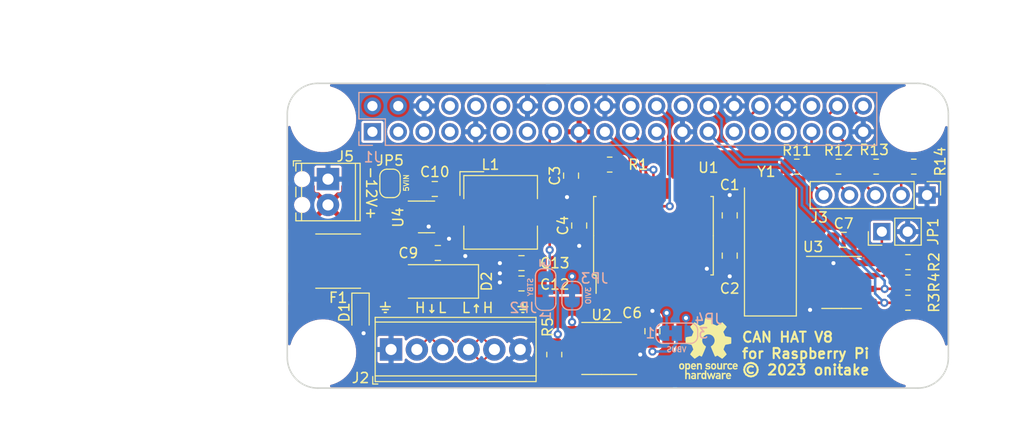
<source format=kicad_pcb>
(kicad_pcb (version 20221018) (generator pcbnew)
  (title_block (title "CAN HAT for Raspberry Pi") (date "2022-12-20") (rev "8") (company "© 2020 Gregor Riepl"))
  (layers (0 "F.Cu" signal) (31 "B.Cu" signal) (34 "B.Paste" user) (35 "F.Paste" user) (36 "B.SilkS" user "B.Silkscreen") (37 "F.SilkS" user "F.Silkscreen") (38 "B.Mask" user) (39 "F.Mask" user) (44 "Edge.Cuts" user))
  (net 0 "")
  (net 1 "Net-(C1-Pad1)")
  (net 2 "Net-(C2-Pad1)")
  (net 3 "GND")
  (net 4 "/~{INT}")
  (net 5 "/SCK")
  (net 6 "/MOSI")
  (net 7 "/MISO")
  (net 8 "/~{CS}")
  (net 10 "+3V3")
  (net 11 "/ID_SD")
  (net 12 "/ID_SC")
  (net 14 "/TX")
  (net 15 "/RX")
  (net 16 "/CAN_P")
  (net 17 "/CAN_N")
  (net 18 "Net-(U2-Pad8)")
  (net 19 "+5V")
  (net 20 "+12V")
  (net 21 "Net-(C10-Pad2)")
  (net 22 "Net-(C10-Pad1)")
  (net 23 "Net-(C9-Pad1)")
  (net 24 "/GPIO19")
  (net 25 "/GPIO26")
  (net 26 "/GPIO20")
  (net 27 "/GPIO21")
  (net 28 "+12LF")
  (net 29 "/TRXEN")
  (net 30 "Net-(C6-Pad2)")
  (net 46 "Net-(JP1-Pad1)")
  (net 47 "Net-(R1-Pad1)")
  (net 54 "Net-(JP2-Pad2)")
  (net 55 "Net-(JP3-Pad1)")
  (footprint "Resistor_SMD:R_0805_2012Metric_Pad1.20x1.40mm_HandSolder" (layer "F.Cu") (at 101.025 71.6 180)
    (fp_text reference "R3")
    (fp_text value "3k9")
  )
  (footprint "Resistor_SMD:R_0805_2012Metric_Pad1.20x1.40mm_HandSolder" (layer "F.Cu") (at 101.025 69.6 180)
    (fp_text reference "R4")
    (fp_text value "3k9")
  )
  (footprint "Capacitor_SMD:C_0805_2012Metric_Pad1.18x1.45mm_HandSolder" (layer "F.Cu") (at 83.5 63 90)
    (fp_text reference "C1")
    (fp_text value "22p")
  )
  (footprint "Capacitor_SMD:C_0805_2012Metric_Pad1.18x1.45mm_HandSolder" (layer "F.Cu") (at 75.9 74.4 -90)
    (fp_text reference "C6")
    (fp_text value "100n")
  )
  (footprint "Resistor_SMD:R_0805_2012Metric_Pad1.20x1.40mm_HandSolder" (layer "F.Cu") (at 71.7 58 180)
    (fp_text reference "R1")
    (fp_text value "10k")
  )
  (footprint "Package_SO:SOIC-18W_7.5x11.6mm_P1.27mm" (layer "F.Cu") (at 76 65 90)
    (fp_text reference "U1")
    (fp_text value "MCP2515-xSO")
  )
  (footprint "Package_SO:SOIC-8_3.9x4.9mm_P1.27mm" (layer "F.Cu") (at 70.9 76.1 180)
    (fp_text reference "U2")
    (fp_text value "SN65HVDA541")
  )
  (footprint "MountingHole:MountingHole_2.7mm" (layer "F.Cu") (at 43.5 53.5)
    (fp_text reference "H1" hide)
    (fp_text value "NW")
  )
  (footprint "MountingHole:MountingHole_2.7mm" (layer "F.Cu") (at 43.5 76.5)
    (fp_text reference "H2" hide)
    (fp_text value "SW")
  )
  (footprint "MountingHole:MountingHole_2.7mm" (layer "F.Cu") (at 101.5 53.5)
    (fp_text reference "H3" hide)
    (fp_text value "NE")
  )
  (footprint "MountingHole:MountingHole_2.7mm" (layer "F.Cu") (at 101.5 76.5)
    (fp_text reference "H4" hide)
    (fp_text value "SE")
  )
  (footprint "Capacitor_SMD:C_0805_2012Metric_Pad1.18x1.45mm_HandSolder" (layer "F.Cu") (at 94.7 65.4 180)
    (fp_text reference "C7")
    (fp_text value "100n")
  )
  (footprint "Connector_PinHeader_2.54mm:PinHeader_1x02_P2.54mm_Vertical" (layer "F.Cu") (at 98.46 64.6 90)
    (fp_text reference "JP1")
    (fp_text value "EEPROM Write Enable")
  )
  (footprint "Resistor_SMD:R_0805_2012Metric_Pad1.20x1.40mm_HandSolder" (layer "F.Cu") (at 101.025 67.6 180)
    (fp_text reference "R2")
    (fp_text value "1k")
  )
  (footprint "Package_SO:SOIC-8_3.9x4.9mm_P1.27mm" (layer "F.Cu") (at 94.5 69.6)
    (fp_text reference "U3")
    (fp_text value "AT24C32-SSHM")
  )
  (footprint "Symbol:OSHW-Logo_5.7x6mm_SilkScreen" (layer "F.Cu") (at 81.4 76.1)
    (fp_text reference "OSHW1" hide)
    (fp_text value "Logo_Open_Hardware_Small" hide)
  )
  (footprint "Crystal:Crystal_SMD_HC49-SD" (layer "F.Cu") (at 87.5 66.2 90)
    (fp_text reference "Y1")
    (fp_text value "16MHz")
  )
  (footprint "TerminalBlock_Phoenix:TerminalBlock_Phoenix_MPT-0,5-6-2.54_1x06_P2.54mm_Horizontal" (layer "F.Cu") (at 50.2 76.2)
    (fp_text reference "J2")
    (fp_text value "CAN In/Out/GND")
  )
  (footprint "Fuse:Fuse_2920_7451Metric_Pad2.10x5.45mm_HandSolder" (layer "F.Cu") (at 45 67.5)
    (fp_text reference "F1")
    (fp_text value "2920L200")
  )
  (footprint "TerminalBlock_Phoenix:TerminalBlock_Phoenix_MPT-0,5-2-2.54_1x02_P2.54mm_Horizontal" (layer "F.Cu") (at 44 59.43 -90)
    (fp_text reference "J5")
    (fp_text value "12V")
  )
  (footprint "Capacitor_SMD:C_0805_2012Metric_Pad1.18x1.45mm_HandSolder" (layer "F.Cu") (at 67.9 59.0875 -90)
    (fp_text reference "C3")
    (fp_text value "10u")
  )
  (footprint "Capacitor_SMD:C_0805_2012Metric_Pad1.18x1.45mm_HandSolder" (layer "F.Cu") (at 68.7 64 -90)
    (fp_text reference "C4")
    (fp_text value "100n")
  )
  (footprint "Connector_PinHeader_2.54mm:PinHeader_1x05_P2.54mm_Vertical" (layer "F.Cu") (at 102.9 61 -90)
    (fp_text reference "J3")
    (fp_text value "GPIO")
  )
  (footprint "Resistor_SMD:R_0805_2012Metric_Pad1.20x1.40mm_HandSolder" (layer "F.Cu") (at 94.2 58.2)
    (fp_text reference "R12")
    (fp_text value "1k")
  )
  (footprint "Resistor_SMD:R_0805_2012Metric_Pad1.20x1.40mm_HandSolder" (layer "F.Cu") (at 97.9 58.2)
    (fp_text reference "R13")
    (fp_text value "1k")
  )
  (footprint "Resistor_SMD:R_0805_2012Metric_Pad1.20x1.40mm_HandSolder" (layer "F.Cu") (at 101.6 58.2)
    (fp_text reference "R14")
    (fp_text value "1k")
  )
  (footprint "Capacitor_SMD:C_0805_2012Metric_Pad1.18x1.45mm_HandSolder" (layer "F.Cu") (at 63.025 69.7 180)
    (fp_text reference "C12")
    (fp_text value "22u")
  )
  (footprint "Inductor_SMD:L_TDK_SLF7032" (layer "F.Cu") (at 60.975 62.7)
    (fp_text reference "L1")
    (fp_text value "4.7u")
  )
  (footprint "Package_TO_SOT_SMD:TSOT-23-6" (layer "F.Cu") (at 53.69 63.15)
    (fp_text reference "U4")
    (fp_text value "AP63205")
  )
  (footprint "Capacitor_SMD:C_0805_2012Metric_Pad1.18x1.45mm_HandSolder" (layer "F.Cu") (at 63.025 67.7 180)
    (fp_text reference "C13")
    (fp_text value "22u")
  )
  (footprint "Diode_SMD:D_SMA_Handsoldering" (layer "F.Cu") (at 54.4 69.5 180)
    (fp_text reference "D2")
    (fp_text value "SS24")
  )
  (footprint "Capacitor_SMD:C_0805_2012Metric_Pad1.18x1.45mm_HandSolder" (layer "F.Cu") (at 54.8 66.7)
    (fp_text reference "C9")
    (fp_text value "10u/25V")
  )
  (footprint "Resistor_SMD:R_0805_2012Metric_Pad1.20x1.40mm_HandSolder" (layer "F.Cu") (at 90.1 58.2 180)
    (fp_text reference "R11")
    (fp_text value "1k")
  )
  (footprint "Diode_SMD:D_SOD-323_HandSoldering" (layer "F.Cu") (at 47.2 72.55 -90)
    (fp_text reference "D1")
    (fp_text value "D20V0L1B2WS")
  )
  (footprint "Capacitor_SMD:C_0805_2012Metric_Pad1.18x1.45mm_HandSolder" (layer "F.Cu") (at 54.5 60.4)
    (fp_text reference "C10")
    (fp_text value "100n")
  )
  (footprint "Resistor_SMD:R_0805_2012Metric_Pad1.20x1.40mm_HandSolder" (layer "F.Cu") (at 66.25 76.7 90)
    (fp_text reference "R5")
    (fp_text value "0")
  )
  (footprint "Capacitor_SMD:C_0805_2012Metric_Pad1.18x1.45mm_HandSolder" (layer "F.Cu") (at 83.5 66.9625 -90)
    (fp_text reference "C2")
    (fp_text value "22p")
  )
  (footprint "Jumper:SolderJumper-2_P1.3mm_Open_RoundedPad1.0x1.5mm" (layer "F.Cu") (at 50.1 59.85 -90)
    (fp_text reference "JP5")
    (fp_text value "5VIN")
  )
  (footprint "Connector_PinSocket_2.54mm:PinSocket_2x20_P2.54mm_Vertical" (layer "B.Cu") (at 48.37 54.77 -90)
    (fp_text reference "J1")
    (fp_text value "Raspberry_Pi_2_3")
  )
  (footprint "Jumper:SolderJumper-3_P1.3mm_Bridged12_RoundedPad1.0x1.5mm_NumberLabels" (layer "B.Cu") (at 78.3 74.6)
    (fp_text reference "JP4")
    (fp_text value "VBUS")
  )
  (footprint "Jumper:SolderJumper-3_P1.3mm_Bridged12_RoundedPad1.0x1.5mm_NumberLabels" (layer "B.Cu") (at 65.4 70.3 90)
    (fp_text reference "JP2")
    (fp_text value "IOCTL")
  )
  (footprint "Jumper:SolderJumper-2_P1.3mm_Bridged_RoundedPad1.0x1.5mm" (layer "B.Cu") (at 68 70.9 90)
    (fp_text reference "JP3")
    (fp_text value "3VIO")
  )
  (gr_line (start 105 77) (end 105 53) (stroke (width 0.15)) (layer "Edge.Cuts"))
  (gr_arc (start 102 50) (mid 104.12132 50.87868) (end 105 53) (stroke (width 0.15)) (layer "Edge.Cuts"))
  (gr_arc (start 40 53) (mid 40.87868 50.87868) (end 43 50) (stroke (width 0.15)) (layer "Edge.Cuts"))
  (gr_line (start 102 50) (end 43 50) (stroke (width 0.15)) (layer "Edge.Cuts"))
  (gr_arc (start 43 80) (mid 40.87868 79.12132) (end 40 77) (stroke (width 0.15)) (layer "Edge.Cuts"))
  (gr_line (start 40 53) (end 40 77) (stroke (width 0.15)) (layer "Edge.Cuts"))
  (gr_arc (start 105 77) (mid 104.12132 79.12132) (end 102 80) (stroke (width 0.15)) (layer "Edge.Cuts"))
  (gr_line (start 43 80) (end 102 80) (stroke (width 0.15)) (layer "Edge.Cuts"))
  (gr_text "STBY" (at 63.9 69.1 90) (layer "B.SilkS") (effects (font (size 0.5 0.5) (thickness 0.1)) (justify left mirror)))
  (gr_text "VBUS" (at 79.3 76.2) (layer "B.SilkS") (effects (font (size 0.5 0.5) (thickness 0.1)) (justify left mirror)))
  (gr_text "3VIO" (at 69.6 70 90) (layer "B.SilkS") (effects (font (size 0.5 0.5) (thickness 0.1)) (justify left mirror)))
  (gr_text "-12V+" (at 48.26 60.8 270) (layer "F.SilkS") (effects (font (size 1 1))))
  (gr_text "⏚   H↓L  L↑H   ⏚" (at 56.4 72.1) (layer "F.SilkS") (effects (font (size 1 1))))
  (gr_text "5VIN" (at 51.7 60.7 90) (layer "F.SilkS") (effects (font (size 0.5 0.5) (thickness 0.1)) (justify left)))
  (gr_text "CAN HAT V8\nfor Raspberry Pi\n© 2023 onitake" (at 84.6 76.6) (layer "F.SilkS") (effects (font (size 1 1) (thickness 0.2)) (justify left)))
  (segment (start 78.54 69.7) (end 78.54 68.985) (width 0.25) (layer "F.Cu") (net 1))
  (segment (start 87.5 61.95) (end 87.5 63.6) (width 0.25) (layer "F.Cu") (net 1))
  (segment (start 87.0625 64.0375) (end 83.5 64.0375) (width 0.25) (layer "F.Cu") (net 1))
  (segment (start 78.54 68.985) (end 82.876628 64.648372) (width 0.25) (layer "F.Cu") (net 1))
  (segment (start 87.5 63.6) (end 87.0625 64.0375) (width 0.25) (layer "F.Cu") (net 1))
  (segment (start 82.876628 64.648372) (end 83.5 64.025) (width 0.25) (layer "F.Cu") (net 1))
  (segment (start 83.5 65.95) (end 82.45 65.95) (width 0.25) (layer "F.Cu") (net 2))
  (segment (start 82.45 65.95) (end 79.81 68.59) (width 0.25) (layer "F.Cu") (net 2))
  (segment (start 84.225 65.925) (end 83.5 65.925) (width 0.25) (layer "F.Cu") (net 2))
  (segment (start 79.81 69.7) (end 79.81 68.59) (width 0.25) (layer "F.Cu") (net 2))
  (segment (start 87.5 69.2) (end 84.225 65.925) (width 0.25) (layer "F.Cu") (net 2))
  (segment (start 87.5 70.45) (end 87.5 69.2) (width 0.25) (layer "F.Cu") (net 2))
  (segment (start 83.5 61.975) (end 83.5 61) (width 0.25) (layer "F.Cu") (net 3))
  (segment (start 47.2 73.8) (end 47.5 74.1) (width 0.25) (layer "F.Cu") (net 3))
  (segment (start 81.08 68.42) (end 81.25 68.25) (width 0.25) (layer "F.Cu") (net 3))
  (segment (start 93.675 67.675) (end 93.7 67.7) (width 0.25) (layer "F.Cu") (net 3))
  (segment (start 67.5 61.2) (end 67.5 60.5125) (width 0.25) (layer "F.Cu") (net 3))
  (segment (start 83.5 68) (end 83.5 69) (width 0.25) (layer "F.Cu") (net 3))
  (segment (start 91.805 67.7) (end 91.8 67.695) (width 0.25) (layer "F.Cu") (net 3))
  (segment (start 67.5 60.5125) (end 67.9 60.1125) (width 0.25) (layer "F.Cu") (net 3))
  (segment (start 93.675 65.4) (end 93.675 67.675) (width 0.25) (layer "F.Cu") (net 3))
  (segment (start 73.6 76.735) (end 74.665 76.735) (width 0.25) (layer "F.Cu") (net 3))
  (segment (start 68.7 65.025) (end 68.7 66) (width 0.25) (layer "F.Cu") (net 3))
  (segment (start 91.8 71.9) (end 91.4 72.3) (width 0.25) (layer "F.Cu") (net 3))
  (segment (start 81.08 69.7) (end 81.08 68.42) (width 0.25) (layer "F.Cu") (net 3))
  (segment (start 74.665 76.735) (end 74.7 76.7) (width 0.25) (layer "F.Cu") (net 3))
  (segment (start 91.8 71.505) (end 91.8 71.9) (width 0.25) (layer "F.Cu") (net 3))
  (segment (start 93.7 67.7) (end 91.805 67.7) (width 0.25) (layer "F.Cu") (net 3))
  (segment (start 75.9 73.3625) (end 75.9 72.4) (width 0.25) (layer "F.Cu") (net 3))
  (segment (start 91.8 71.505) (end 91.8 67.695) (width 0.25) (layer "F.Cu") (net 3))
  (segment (start 47.5 74.1) (end 47.5 74.6) (width 0.25) (layer "F.Cu") (net 3))
  (via (at 57.5 67) (size 0.8) (drill 0.4) (layers "F.Cu" "B.Cu") (net 3))
  (via (at 60.9 69.6) (size 0.8) (drill 0.4) (layers "F.Cu" "B.Cu") (net 3))
  (via (at 60.9 67.7) (size 0.8) (drill 0.4) (layers "F.Cu" "B.Cu") (net 3))
  (via (at 60.9 68.7) (size 0.8) (drill 0.4) (layers "F.Cu" "B.Cu") (net 3))
  (via (at 75.9 72.4) (size 0.8) (drill 0.4) (layers "F.Cu" "B.Cu") (net 3))
  (via (at 53.9 64.1) (size 0.8) (drill 0.4) (layers "F.Cu" "B.Cu") (net 3))
  (via (at 83.5 69) (size 0.8) (drill 0.4) (layers "F.Cu" "B.Cu") (net 3))
  (via (at 74.7 76.7) (size 0.8) (drill 0.4) (layers "F.Cu" "B.Cu") (net 3))
  (via (at 47.5 74.6) (size 0.8) (drill 0.4) (layers "F.Cu" "B.Cu") (net 3))
  (via (at 81.25 68.25) (size 0.8) (drill 0.4) (layers "F.Cu" "B.Cu") (net 3))
  (via (at 68.7 66) (size 0.8) (drill 0.4) (layers "F.Cu" "B.Cu") (net 3))
  (via (at 67.5 61.2) (size 0.8) (drill 0.4) (layers "F.Cu" "B.Cu") (net 3))
  (via (at 91.4 72.3) (size 0.8) (drill 0.4) (layers "F.Cu" "B.Cu") (net 3))
  (via (at 93.7 67.7) (size 0.8) (drill 0.4) (layers "F.Cu" "B.Cu") (net 3))
  (via (at 83.5 61) (size 0.8) (drill 0.4) (layers "F.Cu" "B.Cu") (net 3))
  (via (at 55.9 65.3) (size 0.8) (drill 0.4) (layers "F.Cu" "B.Cu") (net 3))
  (segment (start 85.294999 55.144003) (end 84.219002 56.22) (width 0.25) (layer "F.Cu") (net 4))
  (segment (start 84.219002 56.22) (end 81.92 56.22) (width 0.25) (layer "F.Cu") (net 4))
  (segment (start 81.92 56.22) (end 78.54 59.6) (width 0.25) (layer "F.Cu") (net 4))
  (segment (start 86.47 52.23) (end 85.294999 53.405001) (width 0.25) (layer "F.Cu") (net 4))
  (segment (start 78.54 59.6) (end 78.54 60.3) (width 0.25) (layer "F.Cu") (net 4))
  (segment (start 85.294999 53.405001) (end 85.294999 55.144003) (width 0.25) (layer "F.Cu") (net 4))
  (segment (start 77.27 59.57) (end 76.95 59.25) (width 0.25) (layer "F.Cu") (net 5))
  (segment (start 77.27 60.3) (end 77.27 59.57) (width 0.25) (layer "F.Cu") (net 5))
  (segment (start 76.95 55.41) (end 76.95 59.25) (width 0.25) (layer "F.Cu") (net 5))
  (segment (start 76.31 54.77) (end 76.95 55.41) (width 0.25) (layer "F.Cu") (net 5))
  (segment (start 76 60.3) (end 76 58.5) (width 0.25) (layer "F.Cu") (net 6))
  (via (at 76 58.5) (size 0.8) (drill 0.4) (layers "F.Cu" "B.Cu") (net 6))
  (segment (start 74.96 58.5) (end 71.23 54.77) (width 0.25) (layer "B.Cu") (net 6))
  (segment (start 76 58.5) (end 74.96 58.5) (width 0.25) (layer "B.Cu") (net 6))
  (segment (start 74.73 60.3) (end 74.73 55.73) (width 0.25) (layer "F.Cu") (net 7))
  (segment (start 74.73 55.73) (end 73.77 54.77) (width 0.25) (layer "F.Cu") (net 7))
  (segment (start 74.56 62.1) (end 73.46 61) (width 0.25) (layer "F.Cu") (net 8))
  (segment (start 73.46 61) (end 73.46 60.3) (width 0.25) (layer "F.Cu") (net 8))
  (segment (start 77.6 62.1) (end 74.56 62.1) (width 0.25) (layer "F.Cu") (net 8))
  (via (at 77.6 62.1) (size 0.8) (drill 0.4) (layers "F.Cu" "B.Cu") (net 8))
  (segment (start 77.6 62) (end 77.6 62.1) (width 0.25) (layer "B.Cu") (net 8))
  (segment (start 77.6 53.52) (end 77.6 62) (width 0.25) (layer "B.Cu") (net 8))
  (segment (start 76.31 52.23) (end 77.6 53.52) (width 0.25) (layer "B.Cu") (net 8))
  (segment (start 70.92 60.3) (end 70.92 58.245) (width 0.25) (layer "F.Cu") (net 10))
  (segment (start 70.92 58.245) (end 70.675 58) (width 0.25) (layer "F.Cu") (net 10))
  (segment (start 102.05 71.6) (end 102.05 67.6) (width 0.25) (layer "F.Cu") (net 10))
  (via (at 68 69) (size 0.8) (drill 0.4) (layers "F.Cu" "B.Cu") (net 10))
  (via (at 79.2 73.1) (size 0.8) (drill 0.4) (layers "F.Cu" "B.Cu") (net 10))
  (segment (start 79.6 74.6) (end 79.2 74.2) (width 0.25) (layer "B.Cu") (net 10))
  (segment (start 68 70.25) (end 68 69) (width 0.25) (layer "B.Cu") (net 10))
  (segment (start 79.2 74.2) (end 79.2 73.1) (width 0.25) (layer "B.Cu") (net 10))
  (segment (start 98.7 71.6) (end 97.295 71.6) (width 0.25) (layer "F.Cu") (net 11))
  (segment (start 100 71.6) (end 98.7 71.6) (width 0.25) (layer "F.Cu") (net 11))
  (via (at 98.7 71.6) (size 0.8) (drill 0.4) (layers "F.Cu" "B.Cu") (net 11))
  (segment (start 84.5 58) (end 88.3 58) (width 0.25) (layer "B.Cu") (net 11))
  (segment (start 81.39 54.77) (end 81.39 54.89) (width 0.25) (layer "B.Cu") (net 11))
  (segment (start 81.39 54.89) (end 84.5 58) (width 0.25) (layer "B.Cu") (net 11))
  (segment (start 88.3 58) (end 90.6 60.3) (width 0.25) (layer "B.Cu") (net 11))
  (segment (start 97.8 69.2) (end 97.8 70.7) (width 0.25) (layer "B.Cu") (net 11))
  (segment (start 90.6 62) (end 94.8 66.2) (width 0.25) (layer "B.Cu") (net 11))
  (segment (start 90.6 60.3) (end 90.6 62) (width 0.25) (layer "B.Cu") (net 11))
  (segment (start 97.8 70.7) (end 98.7 71.6) (width 0.25) (layer "B.Cu") (net 11))
  (segment (start 94.8 66.2) (end 97.8 69.2) (width 0.25) (layer "B.Cu") (net 11))
  (segment (start 98.735 70.235) (end 97.2 70.235) (width 0.25) (layer "F.Cu") (net 12))
  (segment (start 99.376628 70.223372) (end 98.873372 70.223372) (width 0.25) (layer "F.Cu") (net 12))
  (segment (start 100 69.6) (end 99.376628 70.223372) (width 0.25) (layer "F.Cu") (net 12))
  (segment (start 98.873372 70.223372) (end 98.861744 70.235) (width 0.25) (layer "F.Cu") (net 12))
  (segment (start 98.861744 70.235) (end 98.735 70.235) (width 0.25) (layer "F.Cu") (net 12))
  (via (at 98.735 70.235) (size 0.8) (drill 0.4) (layers "F.Cu" "B.Cu") (net 12))
  (segment (start 98.735 69.435) (end 98.735 70.235) (width 0.25) (layer "B.Cu") (net 12))
  (segment (start 91.1 61.8) (end 95.5 66.2) (width 0.25) (layer "B.Cu") (net 12))
  (segment (start 88.5 57.5) (end 91.1 60.1) (width 0.25) (layer "B.Cu") (net 12))
  (segment (start 91.1 60.1) (end 91.1 61.8) (width 0.25) (layer "B.Cu") (net 12))
  (segment (start 82.7 53.54) (end 82.7 55.4) (width 0.25) (layer "B.Cu") (net 12))
  (segment (start 95.5 66.2) (end 98.735 69.435) (width 0.25) (layer "B.Cu") (net 12))
  (segment (start 84.8 57.5) (end 88.5 57.5) (width 0.25) (layer "B.Cu") (net 12))
  (segment (start 82.7 55.4) (end 84.8 57.5) (width 0.25) (layer "B.Cu") (net 12))
  (segment (start 81.39 52.23) (end 82.7 53.54) (width 0.25) (layer "B.Cu") (net 12))
  (segment (start 71.5 72.1) (end 71.5 74) (width 0.25) (layer "F.Cu") (net 14))
  (segment (start 70.92 70.32) (end 70.92 69.65) (width 0.25) (layer "F.Cu") (net 14))
  (segment (start 72.705 78.005) (end 72.05 77.35) (width 0.25) (layer "F.Cu") (net 14))
  (segment (start 71.5 74) (end 72.05 74.55) (width 0.25) (layer "F.Cu") (net 14))
  (segment (start 71.5 70.9) (end 70.92 70.32) (width 0.25) (layer "F.Cu") (net 14))
  (segment (start 71.5 72.1) (end 71.5 70.9) (width 0.25) (layer "F.Cu") (net 14))
  (segment (start 73.375 78.005) (end 72.705 78.005) (width 0.25) (layer "F.Cu") (net 14))
  (segment (start 72.05 77.35) (end 72.05 74.55) (width 0.25) (layer "F.Cu") (net 14))
  (segment (start 73.6 74.195) (end 72.595 74.195) (width 0.25) (layer "F.Cu") (net 15))
  (segment (start 72.595 74.195) (end 72.19 73.79) (width 0.25) (layer "F.Cu") (net 15))
  (segment (start 72.19 73.79) (end 72.19 69.7) (width 0.25) (layer "F.Cu") (net 15))
  (segment (start 59.265 75.105) (end 60.36 76.2) (width 0.2) (layer "F.Cu") (net 16))
  (segment (start 62.325 78.232551) (end 62.325 78.325) (width 0.2) (layer "F.Cu") (net 16))
  (segment (start 69.135 76.275) (end 68.675 76.735) (width 0.2) (layer "F.Cu") (net 16))
  (segment (start 69.925 78.327512) (end 69.925 76.572488) (width 0.2) (layer "F.Cu") (net 16))
  (segment (start 59.572488 78.625) (end 60.225 78.625) (width 0.2) (layer "F.Cu") (net 16))
  (segment (start 62.675 78.625) (end 69.627512 78.625) (width 0.2) (layer "F.Cu") (net 16))
  (segment (start 58.772488 74.225) (end 59.265 74.717512) (width 0.2) (layer "F.Cu") (net 16))
  (segment (start 62.625 78.625) (end 62.675 78.625) (width 0.2) (layer "F.Cu") (net 16))
  (segment (start 59.265 78.317512) (end 59.572488 78.625) (width 0.2) (layer "F.Cu") (net 16))
  (segment (start 61.125 78.232551) (end 61.125 78.325) (width 0.2) (layer "F.Cu") (net 16))
  (segment (start 54.227512 74.225) (end 58.772488 74.225) (width 0.2) (layer "F.Cu") (net 16))
  (segment (start 61.725 78.325) (end 61.725 78.232551) (width 0.2) (layer "F.Cu") (net 16))
  (segment (start 59.265 74.717512) (end 59.265 75.105) (width 0.2) (layer "F.Cu") (net 16))
  (segment (start 69.627512 78.625) (end 69.925 78.327512) (width 0.2) (layer "F.Cu") (net 16))
  (segment (start 60.525 78.325) (end 60.525 78.232551) (width 0.2) (layer "F.Cu") (net 16))
  (segment (start 60.36 76.2) (end 59.265 77.295) (width 0.2) (layer "F.Cu") (net 16))
  (segment (start 52.74 76.2) (end 53.835 75.105) (width 0.2) (layer "F.Cu") (net 16))
  (segment (start 53.835 75.105) (end 53.835 74.617512) (width 0.2) (layer "F.Cu") (net 16))
  (segment (start 68.675 76.735) (end 68.2 76.735) (width 0.2) (layer "F.Cu") (net 16))
  (segment (start 59.265 77.295) (end 59.265 78.317512) (width 0.2) (layer "F.Cu") (net 16))
  (segment (start 53.835 74.617512) (end 54.227512 74.225) (width 0.2) (layer "F.Cu") (net 16))
  (segment (start 69.925 76.572488) (end 69.627512 76.275) (width 0.2) (layer "F.Cu") (net 16))
  (segment (start 69.627512 76.275) (end 69.135 76.275) (width 0.2) (layer "F.Cu") (net 16))
  (arc (start 62.025 77.932551) (mid 62.237132 78.020419) (end 62.325 78.232551) (width 0.2) (layer "F.Cu") (net 16))
  (arc (start 60.825 77.932551) (mid 61.037132 78.020419) (end 61.125 78.232551) (width 0.2) (layer "F.Cu") (net 16))
  (arc (start 60.225 78.625) (mid 60.437132 78.537132) (end 60.525 78.325) (width 0.2) (layer "F.Cu") (net 16))
  (arc (start 61.425 78.625) (mid 61.637132 78.537132) (end 61.725 78.325) (width 0.2) (layer "F.Cu") (net 16))
  (arc (start 61.725 78.232551) (mid 61.812868 78.020419) (end 62.025 77.932551) (width 0.2) (layer "F.Cu") (net 16))
  (arc (start 61.125 78.325) (mid 61.212868 78.537132) (end 61.425 78.625) (width 0.2) (layer "F.Cu") (net 16))
  (arc (start 60.525 78.232551) (mid 60.612868 78.020419) (end 60.825 77.932551) (width 0.2) (layer "F.Cu") (net 16))
  (arc (start 62.325 78.325) (mid 62.412868 78.537132) (end 62.625 78.625) (width 0.2) (layer "F.Cu") (net 16))
  (segment (start 56.394834 75.384699) (end 56.458243 75.406887) (width 0.2) (layer "F.Cu") (net 17))
  (segment (start 68.675 75.465) (end 69.135 75.925) (width 0.2) (layer "F.Cu") (net 17))
  (segment (start 56.525 75.414408) (end 56.591756 75.406887) (width 0.2) (layer "F.Cu") (net 17))
  (segment (start 56.225 75.114408) (end 56.232521 75.181165) (width 0.2) (layer "F.Cu") (net 17))
  (segment (start 55.28 76.2) (end 54.185 75.105) (width 0.2) (layer "F.Cu") (net 17))
  (segment (start 56.79529 75.244574) (end 56.817478 75.181165) (width 0.2) (layer "F.Cu") (net 17))
  (segment (start 56.759549 75.301455) (end 56.79529 75.244574) (width 0.2) (layer "F.Cu") (net 17))
  (segment (start 59.427512 78.975) (end 69.772488 78.975) (width 0.2) (layer "F.Cu") (net 17))
  (segment (start 56.055165 74.60471) (end 56.112046 74.640451) (width 0.2) (layer "F.Cu") (net 17))
  (segment (start 56.712046 75.348958) (end 56.759549 75.301455) (width 0.2) (layer "F.Cu") (net 17))
  (segment (start 58.915 77.295) (end 58.915 78.462488) (width 0.2) (layer "F.Cu") (net 17))
  (segment (start 56.825 74.875) (end 56.832521 74.808244) (width 0.2) (layer "F.Cu") (net 17))
  (segment (start 56.19529 74.744835) (end 56.217478 74.808244) (width 0.2) (layer "F.Cu") (net 17))
  (segment (start 54.372488 74.575) (end 55.925 74.575) (width 0.2) (layer "F.Cu") (net 17))
  (segment (start 54.185 74.762488) (end 54.372488 74.575) (width 0.2) (layer "F.Cu") (net 17))
  (segment (start 55.925 74.575) (end 55.991756 74.582522) (width 0.2) (layer "F.Cu") (net 17))
  (segment (start 68.2 75.465) (end 68.675 75.465) (width 0.2) (layer "F.Cu") (net 17))
  (segment (start 69.772488 78.975) (end 70.275 78.472488) (width 0.2) (layer "F.Cu") (net 17))
  (segment (start 56.854709 74.744835) (end 56.89045 74.687954) (width 0.2) (layer "F.Cu") (net 17))
  (segment (start 56.591756 75.406887) (end 56.655165 75.384699) (width 0.2) (layer "F.Cu") (net 17))
  (segment (start 58.915 78.462488) (end 59.427512 78.975) (width 0.2) (layer "F.Cu") (net 17))
  (segment (start 56.825 75.114408) (end 56.825 74.875) (width 0.2) (layer "F.Cu") (net 17))
  (segment (start 56.112046 74.640451) (end 56.159549 74.687954) (width 0.2) (layer "F.Cu") (net 17))
  (segment (start 56.655165 75.384699) (end 56.712046 75.348958) (width 0.2) (layer "F.Cu") (net 17))
  (segment (start 69.135 75.925) (end 69.772488 75.925) (width 0.2) (layer "F.Cu") (net 17))
  (segment (start 54.185 75.105) (end 54.185 74.762488) (width 0.2) (layer "F.Cu") (net 17))
  (segment (start 56.458243 75.406887) (end 56.525 75.414408) (width 0.2) (layer "F.Cu") (net 17))
  (segment (start 56.89045 74.687954) (end 56.937953 74.640451) (width 0.2) (layer "F.Cu") (net 17))
  (segment (start 58.627512 74.575) (end 57.125 74.575) (width 0.2) (layer "F.Cu") (net 17))
  (segment (start 56.832521 74.808244) (end 56.854709 74.744835) (width 0.2) (layer "F.Cu") (net 17))
  (segment (start 56.225 74.875) (end 56.225 75.114408) (width 0.2) (layer "F.Cu") (net 17))
  (segment (start 58.915 74.862488) (end 58.627512 74.575) (width 0.2) (layer "F.Cu") (net 17))
  (segment (start 57.058243 74.582522) (end 57.125 74.575) (width 0.2) (layer "F.Cu") (net 17))
  (segment (start 56.232521 75.181165) (end 56.254709 75.244574) (width 0.2) (layer "F.Cu") (net 17))
  (segment (start 56.937953 74.640451) (end 56.994834 74.60471) (width 0.2) (layer "F.Cu") (net 17))
  (segment (start 56.217478 74.808244) (end 56.225 74.875) (width 0.2) (layer "F.Cu") (net 17))
  (segment (start 56.159549 74.687954) (end 56.19529 74.744835) (width 0.2) (layer "F.Cu") (net 17))
  (segment (start 70.275 78.472488) (end 70.275 76.427512) (width 0.2) (layer "F.Cu") (net 17))
  (segment (start 69.772488 75.925) (end 70.275 76.427512) (width 0.2) (layer "F.Cu") (net 17))
  (segment (start 56.29045 75.301455) (end 56.337953 75.348958) (width 0.2) (layer "F.Cu") (net 17))
  (segment (start 58.915 75.105) (end 58.915 74.862488) (width 0.2) (layer "F.Cu") (net 17))
  (segment (start 56.817478 75.181165) (end 56.825 75.114408) (width 0.2) (layer "F.Cu") (net 17))
  (segment (start 58.915 77.295) (end 57.82 76.2) (width 0.2) (layer "F.Cu") (net 17))
  (segment (start 57.82 76.2) (end 58.915 75.105) (width 0.2) (layer "F.Cu") (net 17))
  (segment (start 55.991756 74.582522) (end 56.055165 74.60471) (width 0.2) (layer "F.Cu") (net 17))
  (segment (start 56.254709 75.244574) (end 56.29045 75.301455) (width 0.2) (layer "F.Cu") (net 17))
  (segment (start 56.994834 74.60471) (end 57.058243 74.582522) (width 0.2) (layer "F.Cu") (net 17))
  (segment (start 56.337953 75.348958) (end 56.394834 75.384699) (width 0.2) (layer "F.Cu") (net 17))
  (segment (start 68.425 78.005) (end 66.555 78.005) (width 0.25) (layer "F.Cu") (net 18))
  (segment (start 66.555 78.005) (end 66.25 77.7) (width 0.25) (layer "F.Cu") (net 18))
  (via (at 77.3 72.6) (size 0.8) (drill 0.4) (layers "F.Cu" "B.Cu") (net 19))
  (segment (start 77.3 74.3) (end 77.3 72.6) (width 0.25) (layer "B.Cu") (net 19))
  (segment (start 77 74.6) (end 77.3 74.3) (width 0.25) (layer "B.Cu") (net 19))
  (segment (start 55 63.15) (end 57.325 63.15) (width 0.5) (layer "F.Cu") (net 21))
  (segment (start 57.325 63.15) (end 57.775 62.7) (width 0.5) (layer "F.Cu") (net 21))
  (segment (start 55 62.2) (end 53.475 60.675) (width 0.5) (layer "F.Cu") (net 22))
  (segment (start 53.475 60.675) (end 53.475 60.4) (width 0.5) (layer "F.Cu") (net 22))
  (segment (start 91.55 54.77) (end 91.55 57.775) (width 0.25) (layer "F.Cu") (net 24))
  (segment (start 91.55 57.775) (end 91.125 58.2) (width 0.25) (layer "F.Cu") (net 24))
  (segment (start 92.74 61) (end 91.325 59.585) (width 0.25) (layer "F.Cu") (net 24))
  (segment (start 91.325 59.585) (end 91.325 57.7) (width 0.25) (layer "F.Cu") (net 24))
  (segment (start 96.875 57.875) (end 95.55 56.55) (width 0.25) (layer "F.Cu") (net 25))
  (segment (start 96.875 60.055) (end 96.875 58.2) (width 0.25) (layer "F.Cu") (net 25))
  (segment (start 94.09 55.09) (end 94.09 54.77) (width 0.25) (layer "F.Cu") (net 25))
  (segment (start 96.875 58.2) (end 96.875 57.875) (width 0.25) (layer "F.Cu") (net 25))
  (segment (start 97.82 61) (end 96.875 60.055) (width 0.25) (layer "F.Cu") (net 25))
  (segment (start 95.55 56.55) (end 94.09 55.09) (width 0.25) (layer "F.Cu") (net 25))
  (segment (start 92.9 57.925) (end 93.175 58.2) (width 0.25) (layer "F.Cu") (net 26))
  (segment (start 95.28 61) (end 93.175 58.895) (width 0.25) (layer "F.Cu") (net 26))
  (segment (start 94.09 52.23) (end 92.9 53.42) (width 0.25) (layer "F.Cu") (net 26))
  (segment (start 92.9 53.42) (end 92.9 57.925) (width 0.25) (layer "F.Cu") (net 26))
  (segment (start 93.175 58.895) (end 93.175 58.2) (width 0.25) (layer "F.Cu") (net 26))
  (segment (start 96.8 57.1) (end 95.4 55.7) (width 0.25) (layer "F.Cu") (net 27))
  (segment (start 100.575 58.2) (end 100.575 58.075) (width 0.25) (layer "F.Cu") (net 27))
  (segment (start 100.36 61) (end 100.36 58.415) (width 0.25) (layer "F.Cu") (net 27))
  (segment (start 99.6 57.1) (end 96.8 57.1) (width 0.25) (layer "F.Cu") (net 27))
  (segment (start 95.4 53.46) (end 96.63 52.23) (width 0.25) (layer "F.Cu") (net 27))
  (segment (start 95.4 55.7) (end 95.4 53.46) (width 0.25) (layer "F.Cu") (net 27))
  (segment (start 100.575 58.075) (end 99.6 57.1) (width 0.25) (layer "F.Cu") (net 27))
  (segment (start 100.36 58.415) (end 100.575 58.2) (width 0.25) (layer "F.Cu") (net 27))
  (segment (start 66.15 54.77) (end 65.8 55.12) (width 0.25) (layer "F.Cu") (net 29))
  (segment (start 65.8 55.12) (end 65.8 66.4) (width 0.25) (layer "F.Cu") (net 29))
  (via (at 65.8 66.4) (size 0.8) (drill 0.4) (layers "F.Cu" "B.Cu") (net 29))
  (segment (start 65.8 68.4) (end 65.8 66.4) (width 0.25) (layer "B.Cu") (net 29))
  (segment (start 65.8 68.4) (end 65.8 68.6) (width 0.25) (layer "B.Cu") (net 29))
  (segment (start 65.8 68.6) (end 65.4 69) (width 0.25) (layer "B.Cu") (net 29))
  (segment (start 75.9 75.4375) (end 75.9 76.4) (width 0.25) (layer "F.Cu") (net 30))
  (segment (start 75.8725 75.465) (end 75.9 75.4375) (width 0.25) (layer "F.Cu") (net 30))
  (segment (start 73.375 75.465) (end 75.8725 75.465) (width 0.25) (layer "F.Cu") (net 30))
  (via (at 75.9 76.4) (size 0.8) (drill 0.4) (layers "F.Cu" "B.Cu") (net 30))
  (segment (start 77.5 76.4) (end 78.3 75.6) (width 0.25) (layer "B.Cu") (net 30))
  (segment (start 75.9 76.4) (end 77.5 76.4) (width 0.25) (layer "B.Cu") (net 30))
  (segment (start 78.3 75.6) (end 78.3 74.6) (width 0.25) (layer "B.Cu") (net 30))
  (segment (start 100 67.6) (end 98.635 68.965) (width 0.25) (layer "F.Cu") (net 46))
  (segment (start 98.635 68.965) (end 97.2 68.965) (width 0.25) (layer "F.Cu") (net 46))
  (segment (start 98.46 66.06) (end 98.46 64.6) (width 0.25) (layer "F.Cu") (net 46))
  (segment (start 100 67.6) (end 98.46 66.06) (width 0.25) (layer "F.Cu") (net 46))
  (segment (start 72.19 58.535) (end 72.725 58) (width 0.25) (layer "F.Cu") (net 47))
  (segment (start 72.19 60.3) (end 72.19 58.535) (width 0.25) (layer "F.Cu") (net 47))
  (segment (start 66.6 75.35) (end 66.25 75.7) (width 0.25) (layer "F.Cu") (net 54))
  (segment (start 66.6 74.7) (end 66.6 75.35) (width 0.25) (layer "F.Cu") (net 54))
  (via (at 66.6 74.7) (size 0.8) (drill 0.4) (layers "F.Cu" "B.Cu") (net 54))
  (segment (start 66.3 70.3) (end 66.6 70.6) (width 0.25) (layer "B.Cu") (net 54))
  (segment (start 65.4 70.3) (end 66.3 70.3) (width 0.25) (layer "B.Cu") (net 54))
  (segment (start 66.6 70.6) (end 66.6 74.7) (width 0.25) (layer "B.Cu") (net 54))
  (segment (start 68.425 74.195) (end 68 73.77) (width 0.25) (layer "F.Cu") (net 55))
  (segment (start 68 73.77) (end 68 73.5) (width 0.25) (layer "F.Cu") (net 55))
  (via (at 68 73.5) (size 0.8) (drill 0.4) (layers "F.Cu" "B.Cu") (net 55))
  (segment (start 68 73.5) (end 68 71.55) (width 0.25) (layer "B.Cu") (net 55))
  (zone (net 20) (net_name "+12V") (layer "F.Cu") (priority 7) (connect_pads (clearance 0.2)) (min_thickness 0.25) (fill yes (thermal_gap 0.5) (thermal_bridge_width 0.5))
    (polygon (pts (xy 40 60) (xy 47 60) (xy 47 71.5) (xy 40 71.5)))
  )
  (zone (net 19) (net_name "+5V") (layer "F.Cu") (priority 4) (connect_pads yes (clearance 0.25)) (min_thickness 0.25) (fill yes (thermal_gap 0.5) (thermal_bridge_width 0.5))
    (polygon (pts (xy 63.2 71.5) (xy 65.5 71.5) (xy 65.5 50) (xy 40 50) (xy 40 60) (xy 51.5 60) (xy 51.5 63.5) (xy 53.4 63.5) (xy 53.4 59.4) (xy 60.5 59.4) (xy 60.5 65.7) (xy 63.2 66.7)))
  )
  (zone (net 28) (net_name "+12LF") (layer "F.Cu") (priority 6) (connect_pads yes (clearance 0.2)) (min_thickness 0.25) (fill yes (thermal_gap 0.5) (thermal_bridge_width 0.5))
    (polygon (pts (xy 51.5 71.5) (xy 40 71.5) (xy 40 60) (xy 51.5 60)))
  )
  (zone (net 3) (net_name "GND") (layer "F.Cu") (priority 2) (connect_pads yes (clearance 0.2)) (min_thickness 0.25) (fill yes (thermal_gap 0.5) (thermal_bridge_width 0.5))
    (polygon (pts (xy 51.5 71.5) (xy 65.5 71.5) (xy 65.5 63.5) (xy 51.5 63.5)))
  )
  (zone (net 23) (net_name "Net-(C9-Pad1)") (layer "F.Cu") (priority 5) (connect_pads yes (clearance 0.2)) (min_thickness 0.25) (fill yes (thermal_gap 0.5) (thermal_bridge_width 0.5))
    (polygon (pts (xy 53.4 62.7) (xy 51.5 62.7) (xy 51.5 71.5) (xy 59 71.5) (xy 59 67.9) (xy 55 67.9) (xy 55 65.9) (xy 53.4 64.9)))
  )
  (zone (net 21) (net_name "Net-(C10-Pad2)") (layer "F.Cu") (priority 3) (connect_pads yes (clearance 0.2)) (min_thickness 0.25) (fill yes (thermal_gap 0.5) (thermal_bridge_width 0.5))
    (polygon (pts (xy 56 63.5) (xy 53.4 63.5) (xy 53.4 59.1) (xy 60.5 59.1) (xy 60.5 65.7) (xy 57.6 65.7)))
  )
  (zone (net 10) (net_name "+3V3") (layer "F.Cu") (connect_pads (clearance 0.25)) (min_thickness 0.25) (fill yes (thermal_gap 0.25) (thermal_bridge_width 0.5))
    (polygon (pts (xy 105 50) (xy 105 80) (xy 40 80) (xy 40 50)))
  )
  (zone (net 19) (net_name "+5V") (layer "F.Cu") (priority 1) (connect_pads (clearance 0.25)) (min_thickness 0.25) (fill yes (thermal_gap 0.5) (thermal_bridge_width 0.5))
    (polygon (pts (xy 78 80) (xy 40 80) (xy 40 71) (xy 78 71)))
  )
  (zone (net 3) (net_name "GND") (layer "B.Cu") (connect_pads (clearance 0.25)) (min_thickness 0.25) (fill yes (thermal_gap 0.25) (thermal_bridge_width 0.5))
    (polygon (pts (xy 40 50) (xy 105 50) (xy 105 80) (xy 40 80)))
  )
)
</source>
